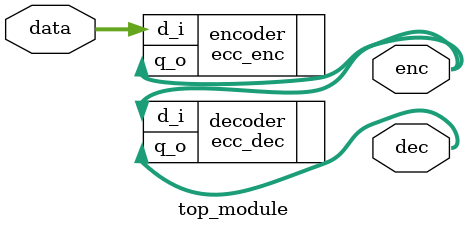
<source format=v>
module top_module(data, enc, dec);
  input  [7:0]  data;
  output [12:0] enc;
  output [7:0]  dec;

  /* verilator lint_off PINMISSING */
  ecc_enc encoder(
    .d_i(data),
    .q_o(enc)
  );

  ecc_dec decoder(
    .d_i(enc),
    .q_o(dec)
  );
  /* verilator lint_on PINMISSING */
endmodule

</source>
